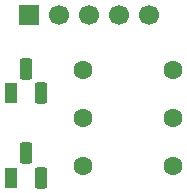
<source format=gbr>
%TF.GenerationSoftware,KiCad,Pcbnew,9.0.2*%
%TF.CreationDate,2025-07-02T14:59:06-07:00*%
%TF.ProjectId,Blinky,426c696e-6b79-42e6-9b69-6361645f7063,rev?*%
%TF.SameCoordinates,Original*%
%TF.FileFunction,Soldermask,Bot*%
%TF.FilePolarity,Negative*%
%FSLAX46Y46*%
G04 Gerber Fmt 4.6, Leading zero omitted, Abs format (unit mm)*
G04 Created by KiCad (PCBNEW 9.0.2) date 2025-07-02 14:59:06*
%MOMM*%
%LPD*%
G01*
G04 APERTURE LIST*
G04 Aperture macros list*
%AMRoundRect*
0 Rectangle with rounded corners*
0 $1 Rounding radius*
0 $2 $3 $4 $5 $6 $7 $8 $9 X,Y pos of 4 corners*
0 Add a 4 corners polygon primitive as box body*
4,1,4,$2,$3,$4,$5,$6,$7,$8,$9,$2,$3,0*
0 Add four circle primitives for the rounded corners*
1,1,$1+$1,$2,$3*
1,1,$1+$1,$4,$5*
1,1,$1+$1,$6,$7*
1,1,$1+$1,$8,$9*
0 Add four rect primitives between the rounded corners*
20,1,$1+$1,$2,$3,$4,$5,0*
20,1,$1+$1,$4,$5,$6,$7,0*
20,1,$1+$1,$6,$7,$8,$9,0*
20,1,$1+$1,$8,$9,$2,$3,0*%
G04 Aperture macros list end*
%ADD10R,1.100000X1.800000*%
%ADD11RoundRect,0.275000X-0.275000X-0.625000X0.275000X-0.625000X0.275000X0.625000X-0.275000X0.625000X0*%
%ADD12C,1.600000*%
%ADD13R,1.700000X1.700000*%
%ADD14C,1.700000*%
G04 APERTURE END LIST*
D10*
%TO.C,Q1*%
X111180000Y-92850000D03*
D11*
X112450000Y-90780000D03*
X113720000Y-92850000D03*
%TD*%
D12*
%TO.C,R3*%
X117280000Y-99000000D03*
X124900000Y-99000000D03*
%TD*%
D10*
%TO.C,Q2*%
X111180000Y-100000000D03*
D11*
X112450000Y-97930000D03*
X113720000Y-100000000D03*
%TD*%
D13*
%TO.C,J1*%
X112720000Y-86200000D03*
D14*
X115260000Y-86200000D03*
X117800000Y-86200000D03*
X120340000Y-86200000D03*
X122880000Y-86200000D03*
%TD*%
D12*
%TO.C,R1*%
X117280000Y-90900000D03*
X124900000Y-90900000D03*
%TD*%
%TO.C,R2*%
X117280000Y-94950000D03*
X124900000Y-94950000D03*
%TD*%
M02*

</source>
